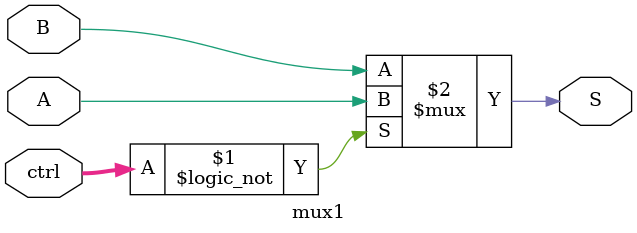
<source format=v>
`timescale 1ns / 1ps
module mux1(
           input wire A,B,
			  output wire S,
			  input wire[1:0] ctrl
    );

assign S = (ctrl==0)?A:B;
	
endmodule

</source>
